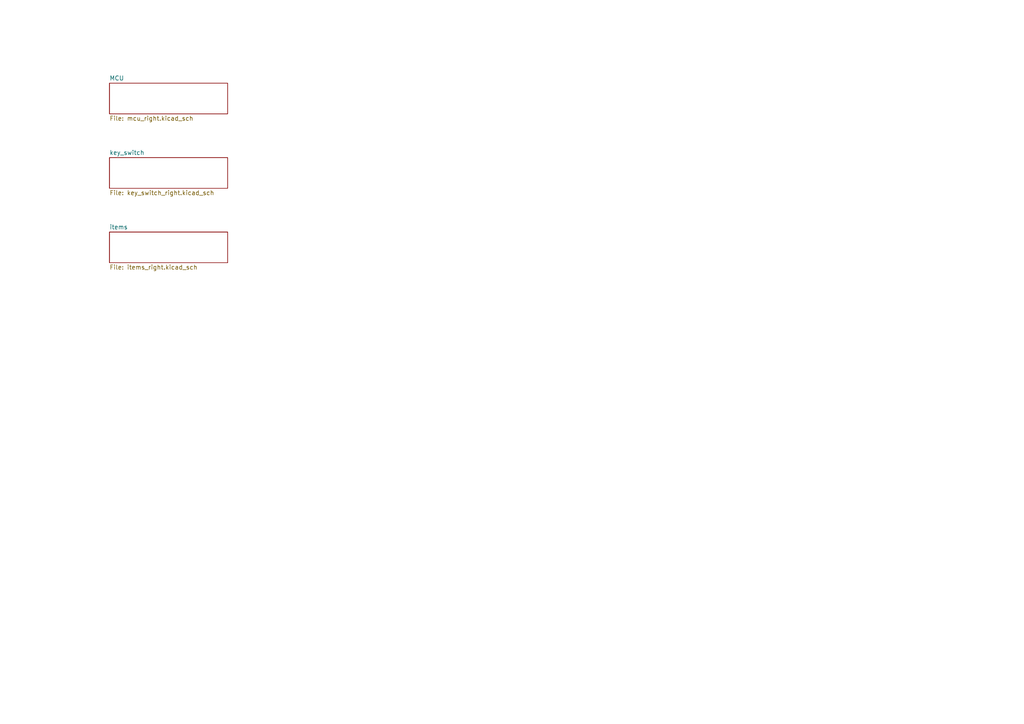
<source format=kicad_sch>
(kicad_sch (version 20211123) (generator eeschema)
  (paper "A4")
  (lib_symbols)
  (sheet (at 31.75 24.13) (size 34.29 8.89) (stroke (width 0.1524))
    (property "Sheet name" "MCU" (at 31.75 23.4184 0) (effects (justify left bottom)))
    (property "Sheet file" "mcu_right.kicad_sch" (at 31.75 33.6046 0) (effects (justify left top)))
  )
  (sheet (at 31.75 45.72) (size 34.29 8.89) (stroke (width 0.1524))
    (property "Sheet name" "key_switch" (at 31.75 45.0084 0) (effects (justify left bottom)))
    (property "Sheet file" "key_switch_right.kicad_sch" (at 31.75 55.1946 0) (effects (justify left top)))
  )
  (sheet (at 31.75 67.31) (size 34.29 8.89) (stroke (width 0.1524))
    (property "Sheet name" "items" (at 31.75 66.5984 0) (effects (justify left bottom)))
    (property "Sheet file" "items_right.kicad_sch" (at 31.75 76.7846 0) (effects (justify left top)))
  )
)
</source>
